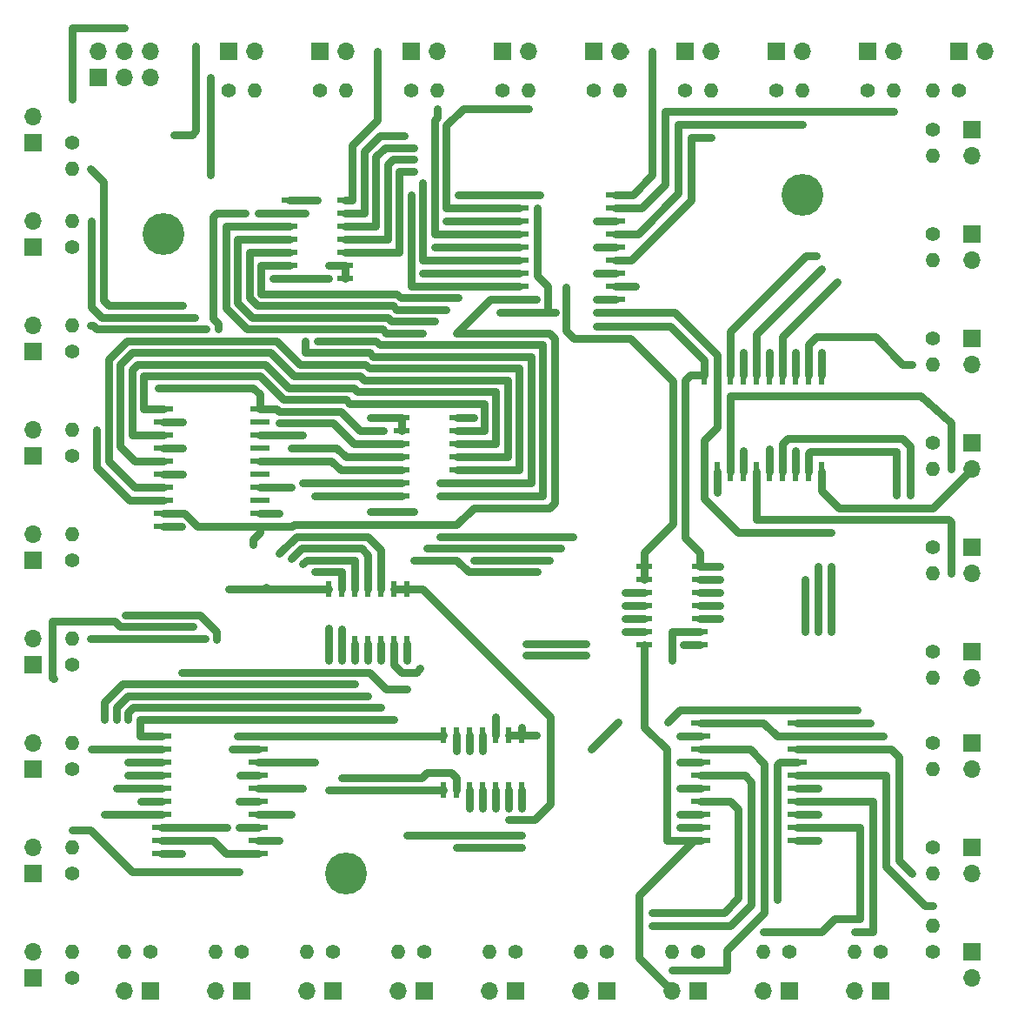
<source format=gtl>
G04 #@! TF.FileFunction,Copper,L1,Top,Signal*
%FSLAX46Y46*%
G04 Gerber Fmt 4.6, Leading zero omitted, Abs format (unit mm)*
G04 Created by KiCad (PCBNEW 4.0.6) date 2017 June 23, Friday 17:45:36*
%MOMM*%
%LPD*%
G01*
G04 APERTURE LIST*
%ADD10C,0.200000*%
%ADD11C,1.400000*%
%ADD12O,1.400000X1.400000*%
%ADD13R,0.600000X1.500000*%
%ADD14R,1.500000X0.600000*%
%ADD15R,1.950000X0.600000*%
%ADD16R,0.600000X1.950000*%
%ADD17C,4.064000*%
%ADD18R,1.700000X1.700000*%
%ADD19O,1.700000X1.700000*%
%ADD20C,0.600000*%
%ADD21C,0.750000*%
%ADD22C,0.600000*%
G04 APERTURE END LIST*
D10*
D11*
X87630000Y-44450000D03*
D12*
X90170000Y-44450000D03*
D11*
X96520000Y-44450000D03*
D12*
X99060000Y-44450000D03*
D11*
X105410000Y-44450000D03*
D12*
X107950000Y-44450000D03*
D11*
X114300000Y-44450000D03*
D12*
X116840000Y-44450000D03*
D11*
X123190000Y-44450000D03*
D12*
X125730000Y-44450000D03*
D11*
X132080000Y-44450000D03*
D12*
X134620000Y-44450000D03*
D11*
X140970000Y-44450000D03*
D12*
X143510000Y-44450000D03*
D11*
X149860000Y-44450000D03*
D12*
X152400000Y-44450000D03*
D11*
X158750000Y-44450000D03*
D12*
X156210000Y-44450000D03*
D11*
X156210000Y-48260000D03*
D12*
X156210000Y-50800000D03*
D11*
X156210000Y-58420000D03*
D12*
X156210000Y-60960000D03*
D11*
X156210000Y-68580000D03*
D12*
X156210000Y-71120000D03*
D11*
X156210000Y-78740000D03*
D12*
X156210000Y-81280000D03*
D11*
X156210000Y-88900000D03*
D12*
X156210000Y-91440000D03*
D11*
X156210000Y-99060000D03*
D12*
X156210000Y-101600000D03*
D11*
X156210000Y-107950000D03*
D12*
X156210000Y-110490000D03*
D11*
X156210000Y-118110000D03*
D12*
X156210000Y-120650000D03*
D11*
X156210000Y-128270000D03*
D12*
X156210000Y-125730000D03*
D11*
X151130000Y-128270000D03*
D12*
X148590000Y-128270000D03*
D11*
X142240000Y-128270000D03*
D12*
X139700000Y-128270000D03*
D11*
X133350000Y-128270000D03*
D12*
X130810000Y-128270000D03*
D11*
X124460000Y-128270000D03*
D12*
X121920000Y-128270000D03*
D11*
X115570000Y-128270000D03*
D12*
X113030000Y-128270000D03*
D11*
X106680000Y-128270000D03*
D12*
X104140000Y-128270000D03*
D11*
X97790000Y-128270000D03*
D12*
X95250000Y-128270000D03*
D11*
X88900000Y-128270000D03*
D12*
X86360000Y-128270000D03*
D11*
X80010000Y-128270000D03*
D12*
X77470000Y-128270000D03*
D11*
X72390000Y-130810000D03*
D12*
X72390000Y-128270000D03*
D11*
X72390000Y-120650000D03*
D12*
X72390000Y-118110000D03*
D11*
X72390000Y-110490000D03*
D12*
X72390000Y-107950000D03*
D11*
X72390000Y-100330000D03*
D12*
X72390000Y-97790000D03*
D11*
X72390000Y-90170000D03*
D12*
X72390000Y-87630000D03*
D11*
X72390000Y-80010000D03*
D12*
X72390000Y-77470000D03*
D11*
X72390000Y-69850000D03*
D12*
X72390000Y-67310000D03*
D11*
X72390000Y-59690000D03*
D12*
X72390000Y-57150000D03*
D11*
X72390000Y-49530000D03*
D12*
X72390000Y-52070000D03*
D13*
X105029000Y-92931000D03*
X103759000Y-92931000D03*
X102489000Y-92931000D03*
X101219000Y-92931000D03*
X99949000Y-92931000D03*
X98679000Y-92931000D03*
X97409000Y-92931000D03*
X97409000Y-98331000D03*
X98679000Y-98331000D03*
X99949000Y-98331000D03*
X101219000Y-98331000D03*
X102489000Y-98331000D03*
X103759000Y-98331000D03*
X105029000Y-98331000D03*
D14*
X104488000Y-76327000D03*
X104488000Y-77597000D03*
X104488000Y-78867000D03*
X104488000Y-80137000D03*
X104488000Y-81407000D03*
X104488000Y-82677000D03*
X104488000Y-83947000D03*
X109888000Y-83947000D03*
X109888000Y-82677000D03*
X109888000Y-81407000D03*
X109888000Y-80137000D03*
X109888000Y-78867000D03*
X109888000Y-77597000D03*
X109888000Y-76327000D03*
D13*
X116205000Y-107155000D03*
X114935000Y-107155000D03*
X113665000Y-107155000D03*
X112395000Y-107155000D03*
X111125000Y-107155000D03*
X109855000Y-107155000D03*
X108585000Y-107155000D03*
X108585000Y-112555000D03*
X109855000Y-112555000D03*
X111125000Y-112555000D03*
X112395000Y-112555000D03*
X113665000Y-112555000D03*
X114935000Y-112555000D03*
X116205000Y-112555000D03*
D14*
X98966000Y-62738000D03*
X98966000Y-61468000D03*
X98966000Y-60198000D03*
X98966000Y-58928000D03*
X98966000Y-57658000D03*
X98966000Y-56388000D03*
X98966000Y-55118000D03*
X93566000Y-55118000D03*
X93566000Y-56388000D03*
X93566000Y-57658000D03*
X93566000Y-58928000D03*
X93566000Y-60198000D03*
X93566000Y-61468000D03*
X93566000Y-62738000D03*
X128110000Y-90805000D03*
X128110000Y-92075000D03*
X128110000Y-93345000D03*
X128110000Y-94615000D03*
X128110000Y-95885000D03*
X128110000Y-97155000D03*
X128110000Y-98425000D03*
X133510000Y-98425000D03*
X133510000Y-97155000D03*
X133510000Y-95885000D03*
X133510000Y-94615000D03*
X133510000Y-93345000D03*
X133510000Y-92075000D03*
X133510000Y-90805000D03*
D15*
X90679000Y-86868000D03*
X90679000Y-85598000D03*
X90679000Y-84328000D03*
X90679000Y-83058000D03*
X90679000Y-81788000D03*
X90679000Y-80518000D03*
X90679000Y-79248000D03*
X90679000Y-77978000D03*
X90679000Y-76708000D03*
X90679000Y-75438000D03*
X81279000Y-75438000D03*
X81279000Y-76708000D03*
X81279000Y-77978000D03*
X81279000Y-79248000D03*
X81279000Y-80518000D03*
X81279000Y-81788000D03*
X81279000Y-83058000D03*
X81279000Y-84328000D03*
X81279000Y-85598000D03*
X81279000Y-86868000D03*
X125350000Y-66040000D03*
X125350000Y-64770000D03*
X125350000Y-63500000D03*
X125350000Y-62230000D03*
X125350000Y-60960000D03*
X125350000Y-59690000D03*
X125350000Y-58420000D03*
X125350000Y-57150000D03*
X125350000Y-55880000D03*
X125350000Y-54610000D03*
X115950000Y-54610000D03*
X115950000Y-55880000D03*
X115950000Y-57150000D03*
X115950000Y-58420000D03*
X115950000Y-59690000D03*
X115950000Y-60960000D03*
X115950000Y-62230000D03*
X115950000Y-63500000D03*
X115950000Y-64770000D03*
X115950000Y-66040000D03*
D16*
X133985000Y-81535000D03*
X135255000Y-81535000D03*
X136525000Y-81535000D03*
X137795000Y-81535000D03*
X139065000Y-81535000D03*
X140335000Y-81535000D03*
X141605000Y-81535000D03*
X142875000Y-81535000D03*
X144145000Y-81535000D03*
X145415000Y-81535000D03*
X145415000Y-72135000D03*
X144145000Y-72135000D03*
X142875000Y-72135000D03*
X141605000Y-72135000D03*
X140335000Y-72135000D03*
X139065000Y-72135000D03*
X137795000Y-72135000D03*
X136525000Y-72135000D03*
X135255000Y-72135000D03*
X133985000Y-72135000D03*
D15*
X90552000Y-118745000D03*
X90552000Y-117475000D03*
X90552000Y-116205000D03*
X90552000Y-114935000D03*
X90552000Y-113665000D03*
X90552000Y-112395000D03*
X90552000Y-111125000D03*
X90552000Y-109855000D03*
X90552000Y-108585000D03*
X90552000Y-107315000D03*
X81152000Y-107315000D03*
X81152000Y-108585000D03*
X81152000Y-109855000D03*
X81152000Y-111125000D03*
X81152000Y-112395000D03*
X81152000Y-113665000D03*
X81152000Y-114935000D03*
X81152000Y-116205000D03*
X81152000Y-117475000D03*
X81152000Y-118745000D03*
X133603000Y-106045000D03*
X133603000Y-107315000D03*
X133603000Y-108585000D03*
X133603000Y-109855000D03*
X133603000Y-111125000D03*
X133603000Y-112395000D03*
X133603000Y-113665000D03*
X133603000Y-114935000D03*
X133603000Y-116205000D03*
X133603000Y-117475000D03*
X143003000Y-117475000D03*
X143003000Y-116205000D03*
X143003000Y-114935000D03*
X143003000Y-113665000D03*
X143003000Y-112395000D03*
X143003000Y-111125000D03*
X143003000Y-109855000D03*
X143003000Y-108585000D03*
X143003000Y-107315000D03*
X143003000Y-106045000D03*
D17*
X81280000Y-58420000D03*
X143510000Y-54610000D03*
X99060000Y-120650000D03*
D18*
X68580000Y-120650000D03*
D19*
X68580000Y-118110000D03*
D18*
X87630000Y-40640000D03*
D19*
X90170000Y-40640000D03*
D18*
X96520000Y-40640000D03*
D19*
X99060000Y-40640000D03*
D18*
X105410000Y-40640000D03*
D19*
X107950000Y-40640000D03*
D18*
X114300000Y-40640000D03*
D19*
X116840000Y-40640000D03*
D18*
X123190000Y-40640000D03*
D19*
X125730000Y-40640000D03*
D18*
X132080000Y-40640000D03*
D19*
X134620000Y-40640000D03*
D18*
X140970000Y-40640000D03*
D19*
X143510000Y-40640000D03*
D18*
X149860000Y-40640000D03*
D19*
X152400000Y-40640000D03*
D18*
X158750000Y-40640000D03*
D19*
X161290000Y-40640000D03*
D18*
X160020000Y-48260000D03*
D19*
X160020000Y-50800000D03*
D18*
X160020000Y-58420000D03*
D19*
X160020000Y-60960000D03*
D18*
X160020000Y-68580000D03*
D19*
X160020000Y-71120000D03*
D18*
X160020000Y-78740000D03*
D19*
X160020000Y-81280000D03*
D18*
X160020000Y-88900000D03*
D19*
X160020000Y-91440000D03*
D18*
X160020000Y-99060000D03*
D19*
X160020000Y-101600000D03*
D18*
X160020000Y-107950000D03*
D19*
X160020000Y-110490000D03*
D18*
X160020000Y-118110000D03*
D19*
X160020000Y-120650000D03*
D18*
X160020000Y-128270000D03*
D19*
X160020000Y-130810000D03*
D18*
X151130000Y-132080000D03*
D19*
X148590000Y-132080000D03*
D18*
X142240000Y-132080000D03*
D19*
X139700000Y-132080000D03*
D18*
X133350000Y-132080000D03*
D19*
X130810000Y-132080000D03*
D18*
X124460000Y-132080000D03*
D19*
X121920000Y-132080000D03*
D18*
X115570000Y-132080000D03*
D19*
X113030000Y-132080000D03*
D18*
X106680000Y-132080000D03*
D19*
X104140000Y-132080000D03*
D18*
X97790000Y-132080000D03*
D19*
X95250000Y-132080000D03*
D18*
X88900000Y-132080000D03*
D19*
X86360000Y-132080000D03*
D18*
X80010000Y-132080000D03*
D19*
X77470000Y-132080000D03*
D18*
X68580000Y-130810000D03*
D19*
X68580000Y-128270000D03*
D18*
X68580000Y-110490000D03*
D19*
X68580000Y-107950000D03*
D18*
X68580000Y-100330000D03*
D19*
X68580000Y-97790000D03*
D18*
X68580000Y-90170000D03*
D19*
X68580000Y-87630000D03*
D18*
X68580000Y-80010000D03*
D19*
X68580000Y-77470000D03*
D18*
X68580000Y-69850000D03*
D19*
X68580000Y-67310000D03*
D18*
X68580000Y-59690000D03*
D19*
X68580000Y-57150000D03*
D18*
X68580000Y-49530000D03*
D19*
X68580000Y-46990000D03*
D18*
X74930000Y-43180000D03*
D19*
X74930000Y-40640000D03*
X77470000Y-43180000D03*
X77470000Y-40640000D03*
X80010000Y-43180000D03*
X80010000Y-40640000D03*
D20*
X91948000Y-62738000D03*
X116205000Y-114300000D03*
X116205000Y-116967000D03*
X105029000Y-116967000D03*
X83058000Y-101092000D03*
X105029000Y-102743000D03*
X150114000Y-106045000D03*
X145034000Y-97155000D03*
X145034000Y-90805000D03*
X135509000Y-90805000D03*
X105029000Y-99949000D03*
X118872000Y-90170000D03*
X111506000Y-90170000D03*
X83058000Y-118745000D03*
X83058000Y-86868000D03*
X97409000Y-62738000D03*
X117729000Y-55880000D03*
X119507000Y-66040000D03*
X123444000Y-67437000D03*
X114046000Y-66040000D03*
X111506000Y-76327000D03*
X82296000Y-48768000D03*
X84455000Y-40132000D03*
X91313000Y-92837000D03*
X96012000Y-83947000D03*
X88519000Y-107315000D03*
X87630000Y-92964000D03*
X102743000Y-77597000D03*
X102743000Y-83947000D03*
X80772000Y-73406000D03*
X128905000Y-40640000D03*
X102108000Y-40640000D03*
X116586000Y-98298000D03*
X97409000Y-96774000D03*
X122428000Y-98298000D03*
X131953000Y-98425000D03*
X108204000Y-83947000D03*
X108204000Y-87884000D03*
X121158000Y-87884000D03*
X107188000Y-112522000D03*
X97409000Y-99949000D03*
X97409000Y-112522000D03*
X96266000Y-55118000D03*
X96266000Y-68834000D03*
X77470000Y-38354000D03*
X72390000Y-45339000D03*
X90551000Y-56388000D03*
X130810000Y-99949000D03*
X122428000Y-99441000D03*
X116586000Y-99441000D03*
X98679000Y-96901000D03*
X106299000Y-111379000D03*
X120015000Y-89027000D03*
X106934000Y-89027000D03*
X108204000Y-82677000D03*
X98679000Y-99949000D03*
X98679000Y-111379000D03*
X95123000Y-56388000D03*
X95123000Y-68834000D03*
X97409000Y-61468000D03*
X83312000Y-85598000D03*
X86614000Y-67691000D03*
X89281000Y-56388000D03*
X85852000Y-52705000D03*
X85852000Y-43180000D03*
X86106000Y-117475000D03*
X90043000Y-88646000D03*
X151384000Y-107315000D03*
X146304000Y-97155000D03*
X146304000Y-90805000D03*
X146304000Y-87503000D03*
X123444000Y-66040000D03*
X117602000Y-64770000D03*
X105410000Y-54610000D03*
X106553000Y-53467000D03*
X107950000Y-46228000D03*
X116840000Y-46228000D03*
X127254000Y-63500000D03*
X134620000Y-49022000D03*
X143510000Y-47752000D03*
X152400000Y-46482000D03*
X144907000Y-60579000D03*
X145415000Y-61849000D03*
X146939000Y-63119000D03*
X154178000Y-71120000D03*
X157988000Y-81280000D03*
X157988000Y-91440000D03*
X154051000Y-83820000D03*
X152654000Y-83820000D03*
X154178000Y-120650000D03*
X156210000Y-123825000D03*
X148590000Y-126365000D03*
X139700000Y-126365000D03*
X130810000Y-130048000D03*
X128905000Y-125730000D03*
X128905000Y-124460000D03*
X109855000Y-118110000D03*
X116205000Y-118110000D03*
X131572000Y-116205000D03*
X87503000Y-116205000D03*
X79121000Y-113665000D03*
X77851000Y-111125000D03*
X74295000Y-108585000D03*
X88646000Y-116205000D03*
X88646000Y-120523000D03*
X72390000Y-116459000D03*
X88646000Y-113665000D03*
X84201000Y-96647000D03*
X70612000Y-101727000D03*
X74168000Y-97790000D03*
X85344000Y-97790000D03*
X88773000Y-111125000D03*
X77597000Y-95504000D03*
X86487000Y-97917000D03*
X88011000Y-108585000D03*
X74803000Y-77470000D03*
X74168000Y-67310000D03*
X85471000Y-67691000D03*
X83185000Y-81788000D03*
X74295000Y-57150000D03*
X84328000Y-66548000D03*
X83185000Y-79248000D03*
X74168000Y-52070000D03*
X83185000Y-65405000D03*
X83185000Y-76708000D03*
X123444000Y-64770000D03*
X105664000Y-52324000D03*
X106553000Y-68072000D03*
X106553000Y-62230000D03*
X123444000Y-62230000D03*
X105664000Y-51181000D03*
X107696000Y-59690000D03*
X107696000Y-66929000D03*
X105664000Y-50038000D03*
X123444000Y-59690000D03*
X108839000Y-57150000D03*
X108839000Y-65786000D03*
X123444000Y-57150000D03*
X104775000Y-48895000D03*
X117983000Y-54610000D03*
X120523000Y-63627000D03*
X109982000Y-64643000D03*
X109982000Y-54610000D03*
X126238000Y-93345000D03*
X135255000Y-83566000D03*
X137795000Y-69977000D03*
X135509000Y-95885000D03*
X137795000Y-79502000D03*
X126238000Y-94615000D03*
X140335000Y-69977000D03*
X135509000Y-94615000D03*
X140335000Y-79375000D03*
X126238000Y-95885000D03*
X142875000Y-69977000D03*
X135509000Y-93345000D03*
X142875000Y-79502000D03*
X126238000Y-97155000D03*
X117602000Y-107188000D03*
X122936000Y-108585000D03*
X125603000Y-105918000D03*
X130429000Y-105918000D03*
X148844000Y-104775000D03*
X143764000Y-97155000D03*
X143764000Y-92075000D03*
X145415000Y-69977000D03*
X135509000Y-92075000D03*
X131572000Y-107315000D03*
X113665000Y-105410000D03*
X111125000Y-114300000D03*
X141097000Y-123190000D03*
X131572000Y-109855000D03*
X112395000Y-108712000D03*
X145034000Y-112395000D03*
X112395000Y-114300000D03*
X111125000Y-108712000D03*
X131572000Y-112395000D03*
X145034000Y-114935000D03*
X113665000Y-114300000D03*
X131572000Y-114935000D03*
X109855000Y-108712000D03*
X114935000Y-115443000D03*
X145034000Y-117475000D03*
X114935000Y-114300000D03*
X92583000Y-117475000D03*
X92583000Y-89535000D03*
X75501500Y-114935000D03*
X75501500Y-105664000D03*
X99949000Y-102235000D03*
X99949000Y-99949000D03*
X93726000Y-90043000D03*
X93726000Y-114935000D03*
X76708000Y-112395000D03*
X76708000Y-105664000D03*
X101219000Y-103378000D03*
X101219000Y-99949000D03*
X94869000Y-112395000D03*
X94869000Y-90551000D03*
X77851000Y-109855000D03*
X77851000Y-105664000D03*
X102489000Y-104521000D03*
X102489000Y-99949000D03*
X96012000Y-109855000D03*
X96012000Y-91313000D03*
X101473000Y-76327000D03*
X101473000Y-85471000D03*
X105664000Y-85471000D03*
X105664000Y-90170000D03*
X117729000Y-91313000D03*
X106299000Y-100711000D03*
X103759000Y-105664000D03*
X103759000Y-99949000D03*
X92583000Y-85598000D03*
X92583000Y-76835000D03*
X93726000Y-83058000D03*
X93726000Y-79248000D03*
X94869000Y-77978000D03*
X94869000Y-82677000D03*
D21*
X93566000Y-62738000D02*
X91948000Y-62738000D01*
X116205000Y-116967000D02*
X105029000Y-116967000D01*
X116205000Y-114300000D02*
X116205000Y-112555000D01*
X101346000Y-101092000D02*
X83058000Y-101092000D01*
X102997000Y-102743000D02*
X101346000Y-101092000D01*
X105029000Y-102743000D02*
X102997000Y-102743000D01*
X133510000Y-90805000D02*
X135509000Y-90805000D01*
X150114000Y-106045000D02*
X143003000Y-106045000D01*
X145034000Y-90805000D02*
X145034000Y-97155000D01*
X105029000Y-99949000D02*
X105029000Y-98331000D01*
X111506000Y-90170000D02*
X118872000Y-90170000D01*
X81152000Y-118745000D02*
X83058000Y-118745000D01*
X83058000Y-86868000D02*
X81279000Y-86868000D01*
X118745000Y-66040000D02*
X118745000Y-63500000D01*
X97409000Y-62738000D02*
X93566000Y-62738000D01*
X117729000Y-62484000D02*
X117729000Y-55880000D01*
X118745000Y-63500000D02*
X117729000Y-62484000D01*
X133985000Y-72135000D02*
X132589000Y-72135000D01*
X133510000Y-89441000D02*
X133510000Y-90805000D01*
X132080000Y-88011000D02*
X133510000Y-89441000D01*
X132080000Y-72644000D02*
X132080000Y-88011000D01*
X132589000Y-72135000D02*
X132080000Y-72644000D01*
X133985000Y-72135000D02*
X133985000Y-70739000D01*
X119507000Y-66040000D02*
X118745000Y-66040000D01*
X118745000Y-66040000D02*
X115950000Y-66040000D01*
X130683000Y-67437000D02*
X123444000Y-67437000D01*
X133985000Y-70739000D02*
X130683000Y-67437000D01*
X109888000Y-76327000D02*
X111506000Y-76327000D01*
X114046000Y-66040000D02*
X115950000Y-66040000D01*
X84074000Y-48768000D02*
X82296000Y-48768000D01*
X84455000Y-48387000D02*
X84074000Y-48768000D01*
X84455000Y-40132000D02*
X84455000Y-48387000D01*
X102743000Y-83947000D02*
X96012000Y-83947000D01*
X91313000Y-92837000D02*
X91313000Y-92931000D01*
X90552000Y-107315000D02*
X88519000Y-107315000D01*
X87630000Y-92964000D02*
X87663000Y-92931000D01*
X87663000Y-92931000D02*
X91313000Y-92931000D01*
X91313000Y-92931000D02*
X97409000Y-92931000D01*
X90552000Y-107315000D02*
X108425000Y-107315000D01*
X108425000Y-107315000D02*
X108585000Y-107155000D01*
X90679000Y-75438000D02*
X92329000Y-75438000D01*
X92329000Y-75438000D02*
X92583000Y-75692000D01*
X92583000Y-75692000D02*
X98552000Y-75692000D01*
X98552000Y-75692000D02*
X100457000Y-77597000D01*
X100457000Y-77597000D02*
X102743000Y-77597000D01*
X102743000Y-83947000D02*
X104488000Y-83947000D01*
X90679000Y-75438000D02*
X90679000Y-74042000D01*
X90043000Y-73406000D02*
X80772000Y-73406000D01*
X90679000Y-74042000D02*
X90043000Y-73406000D01*
X125350000Y-54610000D02*
X127000000Y-54610000D01*
X128905000Y-52705000D02*
X127000000Y-54610000D01*
X128905000Y-40640000D02*
X128905000Y-52705000D01*
X98966000Y-55118000D02*
X99695000Y-55118000D01*
X99695000Y-55118000D02*
X99695000Y-49784000D01*
X102108000Y-47371000D02*
X102108000Y-40640000D01*
X99695000Y-49784000D02*
X102108000Y-47371000D01*
X133603000Y-117475000D02*
X130302000Y-117475000D01*
X128110000Y-106393000D02*
X128110000Y-98425000D01*
X130302000Y-108585000D02*
X128110000Y-106393000D01*
X130302000Y-117475000D02*
X130302000Y-108585000D01*
X130810000Y-132080000D02*
X127635000Y-128905000D01*
X132969000Y-117475000D02*
X133477000Y-117475000D01*
X127635000Y-122809000D02*
X132969000Y-117475000D01*
X127635000Y-128905000D02*
X127635000Y-122809000D01*
X160020000Y-81280000D02*
X156210000Y-85090000D01*
X145415000Y-83439000D02*
X145415000Y-81535000D01*
X147066000Y-85090000D02*
X145415000Y-83439000D01*
X156210000Y-85090000D02*
X147066000Y-85090000D01*
X125730000Y-40640000D02*
X126238000Y-40640000D01*
D22*
X125476000Y-54610000D02*
X125350000Y-54610000D01*
X99060000Y-55118000D02*
X98966000Y-55118000D01*
D21*
X97409000Y-98331000D02*
X97409000Y-96774000D01*
X116586000Y-98298000D02*
X122428000Y-98298000D01*
X131953000Y-98425000D02*
X133510000Y-98425000D01*
X108204000Y-87884000D02*
X121158000Y-87884000D01*
X108204000Y-83947000D02*
X109888000Y-83947000D01*
X107188000Y-112522000D02*
X107188000Y-112555000D01*
X107188000Y-112555000D02*
X107188000Y-112522000D01*
X107188000Y-112522000D02*
X107188000Y-112555000D01*
X108585000Y-112555000D02*
X107188000Y-112555000D01*
X107188000Y-112555000D02*
X97442000Y-112555000D01*
X97409000Y-99949000D02*
X97409000Y-98331000D01*
X97442000Y-112555000D02*
X97409000Y-112522000D01*
X118237000Y-83947000D02*
X109888000Y-83947000D01*
X93566000Y-55118000D02*
X96266000Y-55118000D01*
X118237000Y-69215000D02*
X118237000Y-83947000D01*
X102362000Y-69215000D02*
X118237000Y-69215000D01*
X101981000Y-68834000D02*
X102362000Y-69215000D01*
X96266000Y-68834000D02*
X101981000Y-68834000D01*
X93566000Y-56388000D02*
X90551000Y-56388000D01*
X72390000Y-38354000D02*
X77470000Y-38354000D01*
X72390000Y-45339000D02*
X72390000Y-38354000D01*
X98679000Y-98331000D02*
X98679000Y-96901000D01*
X130810000Y-97155000D02*
X133510000Y-97155000D01*
X130810000Y-99949000D02*
X130810000Y-97155000D01*
X116586000Y-99441000D02*
X122428000Y-99441000D01*
X109888000Y-82677000D02*
X108204000Y-82677000D01*
X106934000Y-89027000D02*
X120015000Y-89027000D01*
X98679000Y-99949000D02*
X98679000Y-98331000D01*
X106299000Y-111379000D02*
X98679000Y-111379000D01*
X109855000Y-111379000D02*
X109347000Y-110871000D01*
X109855000Y-112555000D02*
X109855000Y-111379000D01*
X106426000Y-111379000D02*
X106299000Y-111379000D01*
X106934000Y-110871000D02*
X106426000Y-111379000D01*
X109347000Y-110871000D02*
X106934000Y-110871000D01*
X117094000Y-82677000D02*
X109888000Y-82677000D01*
X93566000Y-56388000D02*
X95123000Y-56388000D01*
X117094000Y-70358000D02*
X117094000Y-82677000D01*
X101727000Y-70358000D02*
X117094000Y-70358000D01*
X101346000Y-69977000D02*
X101727000Y-70358000D01*
X95123000Y-69977000D02*
X101346000Y-69977000D01*
X95123000Y-68834000D02*
X95123000Y-69977000D01*
X97409000Y-61468000D02*
X98966000Y-61468000D01*
X98966000Y-61468000D02*
X98966000Y-62738000D01*
X86614000Y-67183000D02*
X86614000Y-67691000D01*
X86106000Y-66675000D02*
X86614000Y-67183000D01*
X86106000Y-56769000D02*
X86106000Y-66675000D01*
X86487000Y-56388000D02*
X86106000Y-56769000D01*
X89281000Y-56388000D02*
X86487000Y-56388000D01*
X85852000Y-43180000D02*
X85852000Y-52705000D01*
X83312000Y-85598000D02*
X83439000Y-85725000D01*
X90679000Y-86868000D02*
X90679000Y-87502000D01*
X90043000Y-88138000D02*
X90043000Y-88646000D01*
X90679000Y-87502000D02*
X90043000Y-88138000D01*
X133985000Y-81535000D02*
X133985000Y-84201000D01*
X151384000Y-107315000D02*
X143003000Y-107315000D01*
X146304000Y-90805000D02*
X146304000Y-97155000D01*
X137287000Y-87503000D02*
X146304000Y-87503000D01*
X133985000Y-84201000D02*
X137287000Y-87503000D01*
X115950000Y-64770000D02*
X113157000Y-64770000D01*
X93853000Y-86868000D02*
X90679000Y-86868000D01*
X93980000Y-86741000D02*
X93853000Y-86868000D01*
X109855000Y-86741000D02*
X93980000Y-86741000D01*
X111506000Y-85090000D02*
X109855000Y-86741000D01*
X118872000Y-85090000D02*
X111506000Y-85090000D01*
X119380000Y-84582000D02*
X118872000Y-85090000D01*
X119380000Y-68580000D02*
X119380000Y-84582000D01*
X118872000Y-68072000D02*
X119380000Y-68580000D01*
X109855000Y-68072000D02*
X118872000Y-68072000D01*
X113157000Y-64770000D02*
X109855000Y-68072000D01*
X81152000Y-117475000D02*
X86106000Y-117475000D01*
X87376000Y-118745000D02*
X90552000Y-118745000D01*
X86106000Y-117475000D02*
X87376000Y-118745000D01*
X83439000Y-85725000D02*
X83312000Y-85598000D01*
X83439000Y-85725000D02*
X84582000Y-86868000D01*
X84582000Y-86868000D02*
X90679000Y-86868000D01*
X83312000Y-85598000D02*
X81279000Y-85598000D01*
X135255000Y-72135000D02*
X135255000Y-70231000D01*
X131064000Y-66040000D02*
X125350000Y-66040000D01*
X135255000Y-70231000D02*
X131064000Y-66040000D01*
X125350000Y-66040000D02*
X123444000Y-66040000D01*
X117602000Y-64770000D02*
X115950000Y-64770000D01*
X133603000Y-106045000D02*
X139700000Y-106045000D01*
X141097000Y-107315000D02*
X139700000Y-106045000D01*
X141097000Y-107315000D02*
X142875000Y-107315000D01*
X135255000Y-72135000D02*
X135255000Y-77216000D01*
X133985000Y-78486000D02*
X133985000Y-81535000D01*
X135255000Y-77216000D02*
X133985000Y-78486000D01*
X105410000Y-63500000D02*
X105410000Y-54610000D01*
X115950000Y-63500000D02*
X105410000Y-63500000D01*
X106553000Y-60960000D02*
X106553000Y-53467000D01*
X115950000Y-60960000D02*
X106553000Y-60960000D01*
X115950000Y-58420000D02*
X107696000Y-58420000D01*
X107950000Y-47117000D02*
X107950000Y-46228000D01*
X107696000Y-47371000D02*
X107950000Y-47117000D01*
X107696000Y-58420000D02*
X107696000Y-47371000D01*
X115950000Y-55880000D02*
X108839000Y-55880000D01*
X110490000Y-46228000D02*
X116840000Y-46228000D01*
X108839000Y-47879000D02*
X110490000Y-46228000D01*
X108839000Y-55880000D02*
X108839000Y-47879000D01*
X125350000Y-63500000D02*
X127254000Y-63500000D01*
X125350000Y-60960000D02*
X126873000Y-60960000D01*
X132715000Y-49022000D02*
X134620000Y-49022000D01*
X132715000Y-55118000D02*
X132715000Y-49022000D01*
X126873000Y-60960000D02*
X132715000Y-55118000D01*
X125350000Y-58420000D02*
X127508000Y-58420000D01*
X131445000Y-47752000D02*
X143510000Y-47752000D01*
X131445000Y-54483000D02*
X131445000Y-47752000D01*
X127508000Y-58420000D02*
X131445000Y-54483000D01*
X125350000Y-55880000D02*
X127889000Y-55880000D01*
X130175000Y-46482000D02*
X152400000Y-46482000D01*
X130175000Y-53594000D02*
X130175000Y-46482000D01*
X127889000Y-55880000D02*
X130175000Y-53594000D01*
X136525000Y-67945000D02*
X136525000Y-72135000D01*
X143891000Y-60579000D02*
X136525000Y-67945000D01*
X144907000Y-60579000D02*
X143891000Y-60579000D01*
X139065000Y-72135000D02*
X139065000Y-68199000D01*
X139065000Y-68199000D02*
X145415000Y-61849000D01*
X141605000Y-72135000D02*
X141605000Y-68453000D01*
X141605000Y-68453000D02*
X146939000Y-63119000D01*
X144145000Y-72135000D02*
X144145000Y-69215000D01*
X153289000Y-71120000D02*
X154178000Y-71120000D01*
X150622000Y-68453000D02*
X153289000Y-71120000D01*
X144907000Y-68453000D02*
X150622000Y-68453000D01*
X144145000Y-69215000D02*
X144907000Y-68453000D01*
X136525000Y-74168000D02*
X136525000Y-81535000D01*
X155067000Y-74168000D02*
X136525000Y-74168000D01*
X157988000Y-76835000D02*
X155067000Y-74168000D01*
X157988000Y-81280000D02*
X157988000Y-76835000D01*
X139065000Y-86233000D02*
X139065000Y-81535000D01*
X157734000Y-86233000D02*
X139065000Y-86233000D01*
X157988000Y-86487000D02*
X157734000Y-86233000D01*
X157988000Y-91440000D02*
X157988000Y-86487000D01*
X141605000Y-78867000D02*
X141605000Y-81535000D01*
X142113000Y-78359000D02*
X141605000Y-78867000D01*
X153289000Y-78359000D02*
X142113000Y-78359000D01*
X154051000Y-79121000D02*
X153289000Y-78359000D01*
X154051000Y-83820000D02*
X154051000Y-79121000D01*
X144145000Y-81535000D02*
X144145000Y-79756000D01*
X152654000Y-79629000D02*
X152654000Y-83820000D01*
X144272000Y-79629000D02*
X152654000Y-79629000D01*
X144145000Y-79756000D02*
X144272000Y-79629000D01*
X143003000Y-108585000D02*
X152146000Y-108585000D01*
X152146000Y-108585000D02*
X152908000Y-109347000D01*
X152908000Y-109347000D02*
X152908000Y-119380000D01*
X152908000Y-119380000D02*
X154178000Y-120650000D01*
X143003000Y-111125000D02*
X151638000Y-111125000D01*
X151638000Y-111125000D02*
X151638000Y-120015000D01*
X151638000Y-120015000D02*
X155448000Y-123825000D01*
X155448000Y-123825000D02*
X156210000Y-123825000D01*
X143003000Y-113665000D02*
X150368000Y-113665000D01*
X150368000Y-113665000D02*
X150368000Y-126365000D01*
X150368000Y-126365000D02*
X148590000Y-126365000D01*
X143003000Y-116205000D02*
X149098000Y-116205000D01*
X149098000Y-116205000D02*
X149098000Y-125095000D01*
X149098000Y-125095000D02*
X146685000Y-125095000D01*
X146685000Y-125095000D02*
X145415000Y-126365000D01*
X145415000Y-126365000D02*
X139700000Y-126365000D01*
X133603000Y-108585000D02*
X138430000Y-108585000D01*
X136144000Y-130048000D02*
X130810000Y-130048000D01*
X136144000Y-128143000D02*
X136144000Y-130048000D01*
X139827000Y-124460000D02*
X136144000Y-128143000D01*
X139827000Y-109982000D02*
X139827000Y-124460000D01*
X138430000Y-108585000D02*
X139827000Y-109982000D01*
X133603000Y-111125000D02*
X137922000Y-111125000D01*
X136525000Y-125730000D02*
X128905000Y-125730000D01*
X138557000Y-123698000D02*
X136525000Y-125730000D01*
X138557000Y-111760000D02*
X138557000Y-123698000D01*
X137922000Y-111125000D02*
X138557000Y-111760000D01*
X133603000Y-113665000D02*
X136525000Y-113665000D01*
X135890000Y-124460000D02*
X128905000Y-124460000D01*
X137287000Y-123063000D02*
X135890000Y-124460000D01*
X137287000Y-114427000D02*
X137287000Y-123063000D01*
X136525000Y-113665000D02*
X137287000Y-114427000D01*
X133603000Y-116205000D02*
X131572000Y-116205000D01*
X116205000Y-118110000D02*
X109855000Y-118110000D01*
X81152000Y-116205000D02*
X87503000Y-116205000D01*
X81152000Y-113665000D02*
X79121000Y-113665000D01*
X81152000Y-111125000D02*
X77851000Y-111125000D01*
X81152000Y-108585000D02*
X74295000Y-108585000D01*
X88646000Y-116205000D02*
X90552000Y-116205000D01*
X78232000Y-120523000D02*
X88646000Y-120523000D01*
X74168000Y-116459000D02*
X78232000Y-120523000D01*
X72390000Y-116459000D02*
X74168000Y-116459000D01*
X88646000Y-113665000D02*
X90552000Y-113665000D01*
X77089000Y-96647000D02*
X84201000Y-96647000D01*
X76581000Y-96139000D02*
X77089000Y-96647000D01*
X70485000Y-96139000D02*
X76581000Y-96139000D01*
X70485000Y-101600000D02*
X70485000Y-96139000D01*
X70612000Y-101727000D02*
X70485000Y-101600000D01*
X90552000Y-111125000D02*
X88773000Y-111125000D01*
X85344000Y-97790000D02*
X74168000Y-97790000D01*
X90552000Y-108585000D02*
X88011000Y-108585000D01*
X84836000Y-95504000D02*
X77597000Y-95504000D01*
X86487000Y-97155000D02*
X84836000Y-95504000D01*
X86487000Y-97917000D02*
X86487000Y-97155000D01*
X81279000Y-84328000D02*
X77978000Y-84328000D01*
X74803000Y-81153000D02*
X74803000Y-77470000D01*
X77978000Y-84328000D02*
X74803000Y-81153000D01*
X74422000Y-67310000D02*
X74168000Y-67310000D01*
X74803000Y-67691000D02*
X74422000Y-67310000D01*
X85471000Y-67691000D02*
X74803000Y-67691000D01*
X81279000Y-81788000D02*
X83185000Y-81788000D01*
X81279000Y-79248000D02*
X83185000Y-79248000D01*
X74295000Y-65532000D02*
X74295000Y-57150000D01*
X75311000Y-66548000D02*
X74295000Y-65532000D01*
X84328000Y-66548000D02*
X75311000Y-66548000D01*
X75438000Y-53340000D02*
X74168000Y-52070000D01*
X75438000Y-64897000D02*
X75438000Y-53340000D01*
X75946000Y-65405000D02*
X75438000Y-64897000D01*
X83185000Y-65405000D02*
X75946000Y-65405000D01*
X81279000Y-76708000D02*
X83185000Y-76708000D01*
X98966000Y-60198000D02*
X104267000Y-60198000D01*
X123444000Y-64770000D02*
X125350000Y-64770000D01*
X104267000Y-52324000D02*
X105664000Y-52324000D01*
X104267000Y-60198000D02*
X104267000Y-52324000D01*
X87376000Y-57658000D02*
X93566000Y-57658000D01*
X87376000Y-65659000D02*
X87376000Y-57658000D01*
X89408000Y-67691000D02*
X87376000Y-65659000D01*
X102616000Y-67691000D02*
X89408000Y-67691000D01*
X102997000Y-68072000D02*
X102616000Y-67691000D01*
X106553000Y-68072000D02*
X102997000Y-68072000D01*
X115950000Y-62230000D02*
X106553000Y-62230000D01*
X98966000Y-58928000D02*
X103124000Y-58928000D01*
X123444000Y-62230000D02*
X125350000Y-62230000D01*
X103632000Y-51181000D02*
X105664000Y-51181000D01*
X103124000Y-51689000D02*
X103632000Y-51181000D01*
X103124000Y-58928000D02*
X103124000Y-51689000D01*
X115950000Y-59690000D02*
X107696000Y-59690000D01*
X88519000Y-58928000D02*
X93566000Y-58928000D01*
X88519000Y-65151000D02*
X88519000Y-58928000D01*
X89916000Y-66548000D02*
X88519000Y-65151000D01*
X103124000Y-66548000D02*
X89916000Y-66548000D01*
X103505000Y-66929000D02*
X103124000Y-66548000D01*
X107696000Y-66929000D02*
X103505000Y-66929000D01*
X98966000Y-57658000D02*
X101981000Y-57658000D01*
X101981000Y-57658000D02*
X101981000Y-50927000D01*
X101981000Y-50927000D02*
X102870000Y-50038000D01*
X102870000Y-50038000D02*
X105664000Y-50038000D01*
X123444000Y-59690000D02*
X125350000Y-59690000D01*
X115950000Y-57150000D02*
X108839000Y-57150000D01*
X89662000Y-60198000D02*
X93566000Y-60198000D01*
X89662000Y-64643000D02*
X89662000Y-60198000D01*
X90424000Y-65405000D02*
X89662000Y-64643000D01*
X103632000Y-65405000D02*
X90424000Y-65405000D01*
X104013000Y-65786000D02*
X103632000Y-65405000D01*
X108839000Y-65786000D02*
X104013000Y-65786000D01*
X98966000Y-56388000D02*
X100838000Y-56388000D01*
X123444000Y-57150000D02*
X125350000Y-57150000D01*
X102362000Y-48895000D02*
X104775000Y-48895000D01*
X100838000Y-50419000D02*
X102362000Y-48895000D01*
X100838000Y-56388000D02*
X100838000Y-50419000D01*
X128143000Y-90772000D02*
X128143000Y-89408000D01*
X120523000Y-63627000D02*
X120523000Y-67818000D01*
X120523000Y-67818000D02*
X121285000Y-68580000D01*
X121285000Y-68580000D02*
X126746000Y-68580000D01*
X126746000Y-68580000D02*
X130937000Y-72771000D01*
X130937000Y-72771000D02*
X130937000Y-86614000D01*
X130937000Y-86614000D02*
X128143000Y-89408000D01*
X117983000Y-54610000D02*
X115950000Y-54610000D01*
X128143000Y-90772000D02*
X128110000Y-90805000D01*
X109982000Y-64643000D02*
X104394000Y-64643000D01*
X104394000Y-64643000D02*
X104013000Y-64262000D01*
X104013000Y-64262000D02*
X90805000Y-64262000D01*
X90805000Y-64262000D02*
X90805000Y-61468000D01*
X90805000Y-61468000D02*
X93566000Y-61468000D01*
X115950000Y-54610000D02*
X109982000Y-54610000D01*
X128110000Y-90805000D02*
X128110000Y-92075000D01*
X135255000Y-81535000D02*
X135255000Y-83566000D01*
X126238000Y-93345000D02*
X128110000Y-93345000D01*
X133510000Y-95885000D02*
X135509000Y-95885000D01*
X137795000Y-69977000D02*
X137795000Y-72135000D01*
X128110000Y-94615000D02*
X126238000Y-94615000D01*
X137795000Y-79502000D02*
X137795000Y-81535000D01*
X133510000Y-94615000D02*
X135509000Y-94615000D01*
X140335000Y-69977000D02*
X140335000Y-72135000D01*
X128110000Y-95885000D02*
X126238000Y-95885000D01*
X140335000Y-79375000D02*
X140335000Y-81535000D01*
X133510000Y-93345000D02*
X135509000Y-93345000D01*
X142875000Y-69977000D02*
X142875000Y-72135000D01*
X128110000Y-97155000D02*
X126238000Y-97155000D01*
X142875000Y-79502000D02*
X142875000Y-81535000D01*
X117569000Y-107155000D02*
X117602000Y-107188000D01*
X122936000Y-108585000D02*
X125603000Y-105918000D01*
X130429000Y-105918000D02*
X131572000Y-104775000D01*
X131572000Y-104775000D02*
X148844000Y-104775000D01*
X117569000Y-107155000D02*
X116205000Y-107155000D01*
X143764000Y-92075000D02*
X143764000Y-97155000D01*
X116205000Y-106426000D02*
X116205000Y-107155000D01*
X116205000Y-107155000D02*
X114935000Y-107155000D01*
X145415000Y-72135000D02*
X145415000Y-69977000D01*
X135509000Y-92075000D02*
X133510000Y-92075000D01*
X113665000Y-107155000D02*
X113665000Y-105410000D01*
X131572000Y-107315000D02*
X133603000Y-107315000D01*
X143003000Y-109855000D02*
X141351000Y-109855000D01*
X111125000Y-114300000D02*
X111125000Y-112555000D01*
X141097000Y-110109000D02*
X141097000Y-123190000D01*
X141351000Y-109855000D02*
X141097000Y-110109000D01*
X112395000Y-107155000D02*
X112395000Y-108712000D01*
X131572000Y-109855000D02*
X133603000Y-109855000D01*
X112395000Y-112555000D02*
X112395000Y-114300000D01*
X145034000Y-112395000D02*
X143003000Y-112395000D01*
X133603000Y-112395000D02*
X131572000Y-112395000D01*
X111125000Y-108712000D02*
X111125000Y-107155000D01*
X113665000Y-112555000D02*
X113665000Y-114300000D01*
X145034000Y-114935000D02*
X143003000Y-114935000D01*
X109855000Y-107155000D02*
X109855000Y-108712000D01*
X131572000Y-114935000D02*
X133603000Y-114935000D01*
X105029000Y-92931000D02*
X106520000Y-92931000D01*
X118999000Y-105410000D02*
X106520000Y-92931000D01*
X118999000Y-113919000D02*
X118999000Y-105410000D01*
X117475000Y-115443000D02*
X118999000Y-113919000D01*
X117475000Y-115443000D02*
X114935000Y-115443000D01*
X103759000Y-92931000D02*
X105029000Y-92931000D01*
X143003000Y-117475000D02*
X145034000Y-117475000D01*
X114935000Y-114300000D02*
X114935000Y-112555000D01*
X102489000Y-92931000D02*
X102489000Y-89154000D01*
X92583000Y-117475000D02*
X90552000Y-117475000D01*
X94234000Y-87884000D02*
X92583000Y-89535000D01*
X101219000Y-87884000D02*
X94234000Y-87884000D01*
X102489000Y-89154000D02*
X101219000Y-87884000D01*
X99949000Y-98331000D02*
X99949000Y-99949000D01*
X75501500Y-114935000D02*
X81152000Y-114935000D01*
X75501500Y-104013000D02*
X75501500Y-105664000D01*
X77343000Y-102171500D02*
X75501500Y-104013000D01*
X89281000Y-102171500D02*
X77343000Y-102171500D01*
X89344500Y-102235000D02*
X89281000Y-102171500D01*
X99949000Y-102235000D02*
X89344500Y-102235000D01*
X93726000Y-114935000D02*
X90552000Y-114935000D01*
X101219000Y-92931000D02*
X101219000Y-89662000D01*
X94742000Y-89027000D02*
X93726000Y-90043000D01*
X100584000Y-89027000D02*
X94742000Y-89027000D01*
X101219000Y-89662000D02*
X100584000Y-89027000D01*
X101219000Y-98331000D02*
X101219000Y-99949000D01*
X76708000Y-112395000D02*
X81152000Y-112395000D01*
X76708000Y-104521000D02*
X76708000Y-105664000D01*
X77851000Y-103378000D02*
X76708000Y-104521000D01*
X101219000Y-103378000D02*
X77851000Y-103378000D01*
X94869000Y-112395000D02*
X90552000Y-112395000D01*
X95250000Y-90170000D02*
X94869000Y-90551000D01*
X99949000Y-90170000D02*
X95250000Y-90170000D01*
X99949000Y-92931000D02*
X99949000Y-90170000D01*
X102489000Y-98331000D02*
X102489000Y-99949000D01*
X77851000Y-109855000D02*
X81152000Y-109855000D01*
X77851000Y-105029000D02*
X77851000Y-105664000D01*
X78359000Y-104521000D02*
X77851000Y-105029000D01*
X102489000Y-104521000D02*
X78359000Y-104521000D01*
X98679000Y-92931000D02*
X98679000Y-91313000D01*
X96012000Y-109855000D02*
X90552000Y-109855000D01*
X98679000Y-91313000D02*
X96012000Y-91313000D01*
X103759000Y-99949000D02*
X103759000Y-100330000D01*
X101473000Y-76327000D02*
X104488000Y-76327000D01*
X105664000Y-85471000D02*
X101473000Y-85471000D01*
X109855000Y-90170000D02*
X105664000Y-90170000D01*
X110998000Y-91313000D02*
X109855000Y-90170000D01*
X117729000Y-91313000D02*
X110998000Y-91313000D01*
X105918000Y-101092000D02*
X106299000Y-100711000D01*
X104521000Y-101092000D02*
X105918000Y-101092000D01*
X103759000Y-100330000D02*
X104521000Y-101092000D01*
X81152000Y-107315000D02*
X78994000Y-107315000D01*
X78994000Y-107315000D02*
X78994000Y-105664000D01*
X78994000Y-105664000D02*
X103759000Y-105664000D01*
X103759000Y-99949000D02*
X103759000Y-98331000D01*
X104488000Y-76327000D02*
X104488000Y-77597000D01*
X104488000Y-78867000D02*
X99822000Y-78867000D01*
X92583000Y-85598000D02*
X90679000Y-85598000D01*
X97790000Y-76835000D02*
X92583000Y-76835000D01*
X99822000Y-78867000D02*
X97790000Y-76835000D01*
X81279000Y-83058000D02*
X78486000Y-83058000D01*
X115951000Y-81407000D02*
X109888000Y-81407000D01*
X115951000Y-71501000D02*
X115951000Y-81407000D01*
X101346000Y-71501000D02*
X115951000Y-71501000D01*
X100965000Y-71120000D02*
X101346000Y-71501000D01*
X94615000Y-71120000D02*
X100965000Y-71120000D01*
X92329000Y-68834000D02*
X94615000Y-71120000D01*
X77724000Y-68834000D02*
X92329000Y-68834000D01*
X75946000Y-70612000D02*
X77724000Y-68834000D01*
X75946000Y-80518000D02*
X75946000Y-70612000D01*
X78486000Y-83058000D02*
X75946000Y-80518000D01*
X104488000Y-80137000D02*
X99060000Y-80137000D01*
X93726000Y-83058000D02*
X90679000Y-83058000D01*
X98171000Y-79248000D02*
X93726000Y-79248000D01*
X99060000Y-80137000D02*
X98171000Y-79248000D01*
X100457000Y-72263000D02*
X93980000Y-72263000D01*
X114808000Y-80137000D02*
X114808000Y-72644000D01*
X114808000Y-72644000D02*
X100838000Y-72644000D01*
X100838000Y-72644000D02*
X100457000Y-72263000D01*
X109888000Y-80137000D02*
X114808000Y-80137000D01*
X78486000Y-80518000D02*
X81279000Y-80518000D01*
X77089000Y-79121000D02*
X78486000Y-80518000D01*
X77089000Y-71120000D02*
X77089000Y-79121000D01*
X78232000Y-69977000D02*
X77089000Y-71120000D01*
X91694000Y-69977000D02*
X78232000Y-69977000D01*
X93980000Y-72263000D02*
X91694000Y-69977000D01*
X90679000Y-80518000D02*
X97663000Y-80518000D01*
X98552000Y-81407000D02*
X104488000Y-81407000D01*
X97663000Y-80518000D02*
X98552000Y-81407000D01*
X99822000Y-73406000D02*
X93472000Y-73406000D01*
X113665000Y-78867000D02*
X113665000Y-73787000D01*
X113665000Y-73787000D02*
X100203000Y-73787000D01*
X100203000Y-73787000D02*
X99822000Y-73406000D01*
X109888000Y-78867000D02*
X113665000Y-78867000D01*
X78232000Y-77978000D02*
X81279000Y-77978000D01*
X78232000Y-71628000D02*
X78232000Y-77978000D01*
X78740000Y-71120000D02*
X78232000Y-71628000D01*
X91186000Y-71120000D02*
X78740000Y-71120000D01*
X93472000Y-73406000D02*
X91186000Y-71120000D01*
X104488000Y-82677000D02*
X94869000Y-82677000D01*
X94869000Y-77978000D02*
X90679000Y-77978000D01*
X79375000Y-72263000D02*
X79375000Y-75438000D01*
X79375000Y-75438000D02*
X81279000Y-75438000D01*
X109888000Y-77597000D02*
X112522000Y-77597000D01*
X90678000Y-72263000D02*
X79375000Y-72263000D01*
X92964000Y-74549000D02*
X90678000Y-72263000D01*
X99060000Y-74549000D02*
X92964000Y-74549000D01*
X99441000Y-74930000D02*
X99060000Y-74549000D01*
X112522000Y-74930000D02*
X99441000Y-74930000D01*
X112522000Y-77597000D02*
X112522000Y-74930000D01*
M02*

</source>
